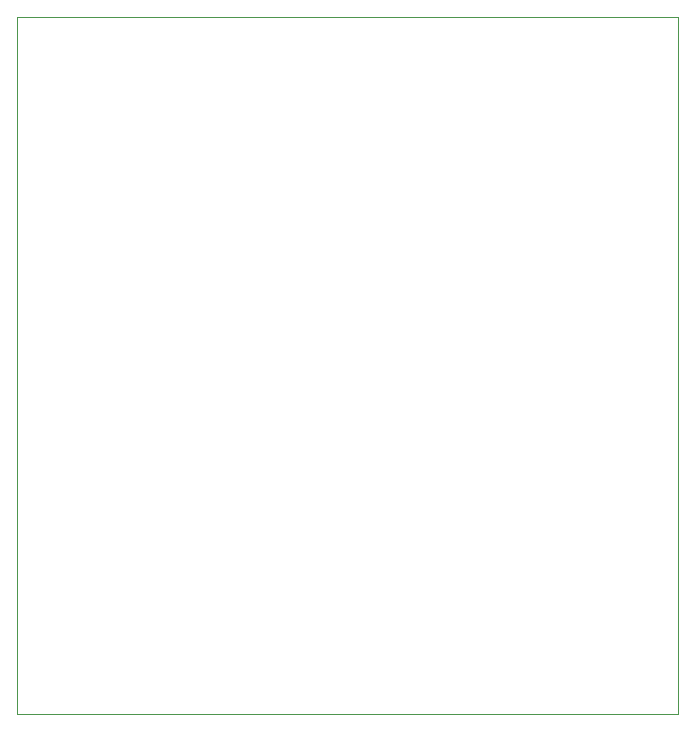
<source format=gbr>
%TF.GenerationSoftware,KiCad,Pcbnew,(5.1.9-0-10_14)*%
%TF.CreationDate,2023-02-10T00:43:38-05:00*%
%TF.ProjectId,LiControl,4c69436f-6e74-4726-9f6c-2e6b69636164,rev?*%
%TF.SameCoordinates,Original*%
%TF.FileFunction,Profile,NP*%
%FSLAX46Y46*%
G04 Gerber Fmt 4.6, Leading zero omitted, Abs format (unit mm)*
G04 Created by KiCad (PCBNEW (5.1.9-0-10_14)) date 2023-02-10 00:43:38*
%MOMM*%
%LPD*%
G01*
G04 APERTURE LIST*
%TA.AperFunction,Profile*%
%ADD10C,0.050000*%
%TD*%
G04 APERTURE END LIST*
D10*
X142250000Y-56000000D02*
X86250000Y-56000000D01*
X142250000Y-115000000D02*
X142250000Y-56000000D01*
X86250000Y-115000000D02*
X142250000Y-115000000D01*
X86250000Y-56000000D02*
X86250000Y-115000000D01*
M02*

</source>
